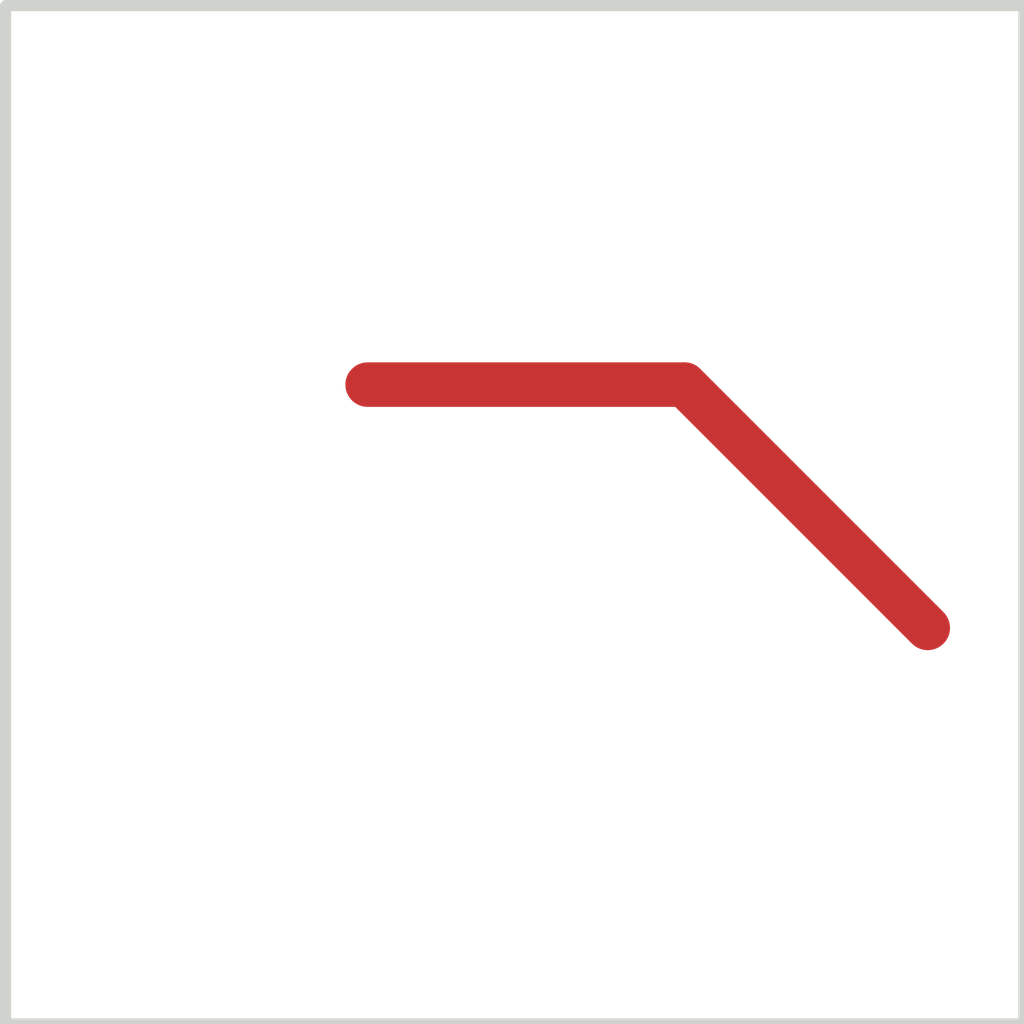
<source format=kicad_pcb>
(kicad_pcb (version 20200922) (generator pcbnew)

  (general
    (thickness 1.6)
  )

  (paper "A4")
  (layers
    (0 "F.Cu" signal)
    (31 "B.Cu" signal)
    (32 "B.Adhes" user "B.Adhesive")
    (33 "F.Adhes" user "F.Adhesive")
    (34 "B.Paste" user)
    (35 "F.Paste" user)
    (36 "B.SilkS" user "B.Silkscreen")
    (37 "F.SilkS" user "F.Silkscreen")
    (38 "B.Mask" user)
    (39 "F.Mask" user)
    (40 "Dwgs.User" user "User.Drawings")
    (41 "Cmts.User" user "User.Comments")
    (42 "Eco1.User" user "User.Eco1")
    (43 "Eco2.User" user "User.Eco2")
    (44 "Edge.Cuts" user)
    (45 "Margin" user)
    (46 "B.CrtYd" user "B.Courtyard")
    (47 "F.CrtYd" user "F.Courtyard")
    (48 "B.Fab" user)
    (49 "F.Fab" user)
  )

  (setup
    (pcbplotparams
      (layerselection 0x00010fc_ffffffff)
      (usegerberextensions false)
      (usegerberattributes true)
      (usegerberadvancedattributes true)
      (creategerberjobfile true)
      (svguseinch false)
      (svgprecision 6)
      (excludeedgelayer true)
      (linewidth 0.100000)
      (plotframeref false)
      (viasonmask false)
      (mode 1)
      (useauxorigin false)
      (hpglpennumber 1)
      (hpglpenspeed 20)
      (hpglpendiameter 15.000000)
      (psnegative false)
      (psa4output false)
      (plotreference true)
      (plotvalue true)
      (plotinvisibletext false)
      (sketchpadsonfab false)
      (subtractmaskfromsilk false)
      (outputformat 1)
      (mirror false)
      (drillshape 1)
      (scaleselection 1)
      (outputdirectory "")
    )
  )


  (net 0 "")

  (gr_line (start 41.7576 156.1338) (end 43.18 156.1338) (layer "F.Cu") (width 0.2) (tstamp 3d8a5a18-97dd-4c87-9f44-82196e11d2d5))
  (gr_line (start 43.18 156.1338) (end 44.2722 157.226) (layer "F.Cu") (width 0.2) (tstamp b8ea6621-a79a-4106-b1de-76435c213c1e))
  (gr_rect (start 40.132 154.432) (end 44.704 159.004) (layer "Edge.Cuts") (width 0.05) (tstamp 29ca6319-11a7-4c4e-9b13-150244b4f289))

)

</source>
